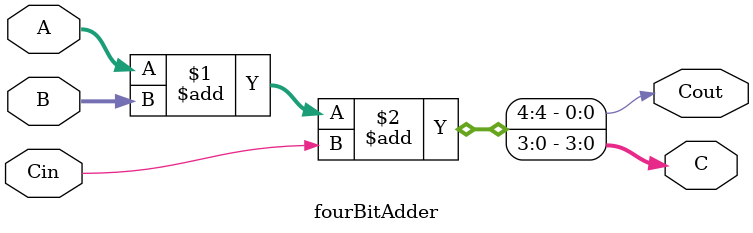
<source format=v>
module fourBitAdder(input [3:0]A, input [3:0]B, input Cin, output [3:0]C,output Cout);
 
assign {Cout,C} = A+B+Cin;

endmodule 
</source>
